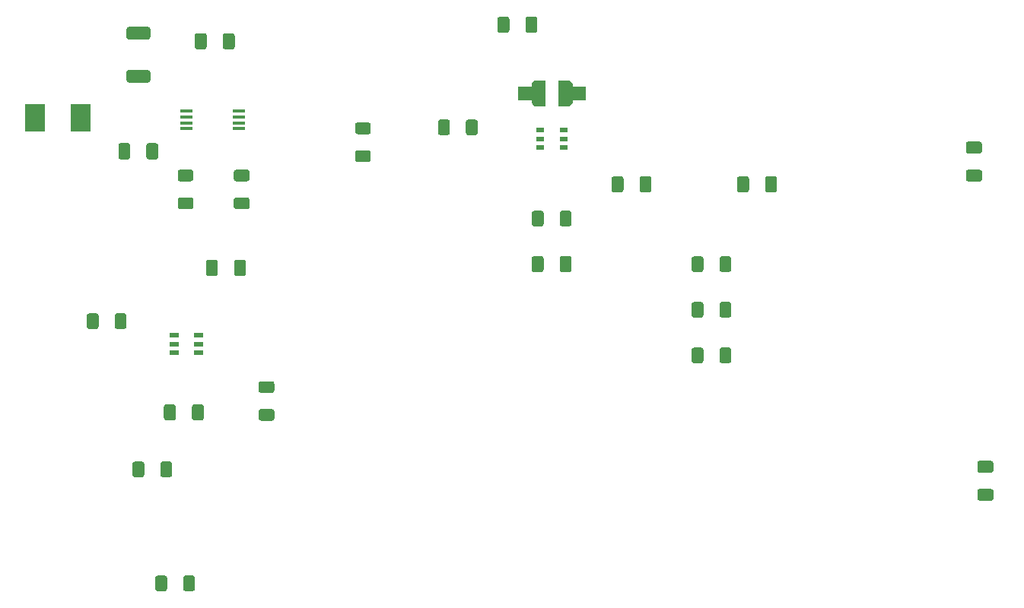
<source format=gtp>
G04 #@! TF.GenerationSoftware,KiCad,Pcbnew,(5.1.10-1-10_14)*
G04 #@! TF.CreationDate,2021-12-21T22:20:50-08:00*
G04 #@! TF.ProjectId,power,706f7765-722e-46b6-9963-61645f706362,rev?*
G04 #@! TF.SameCoordinates,Original*
G04 #@! TF.FileFunction,Paste,Top*
G04 #@! TF.FilePolarity,Positive*
%FSLAX46Y46*%
G04 Gerber Fmt 4.6, Leading zero omitted, Abs format (unit mm)*
G04 Created by KiCad (PCBNEW (5.1.10-1-10_14)) date 2021-12-21 22:20:50*
%MOMM*%
%LPD*%
G01*
G04 APERTURE LIST*
%ADD10C,0.010000*%
%ADD11R,2.286000X3.048000*%
%ADD12R,1.422400X0.355600*%
%ADD13R,1.016000X0.508000*%
%ADD14R,0.876300X0.508000*%
G04 APERTURE END LIST*
D10*
G36*
X96000000Y-48130000D02*
G01*
X96000000Y-50930000D01*
X97200000Y-50930000D01*
X97500000Y-50580000D01*
X97500000Y-50280000D01*
X99000000Y-50280000D01*
X99000000Y-48780000D01*
X97500000Y-48780000D01*
X97500000Y-48480000D01*
X97200000Y-48130000D01*
X96000000Y-48130000D01*
G37*
X96000000Y-48130000D02*
X96000000Y-50930000D01*
X97200000Y-50930000D01*
X97500000Y-50580000D01*
X97500000Y-50280000D01*
X99000000Y-50280000D01*
X99000000Y-48780000D01*
X97500000Y-48780000D01*
X97500000Y-48480000D01*
X97200000Y-48130000D01*
X96000000Y-48130000D01*
G36*
X94500000Y-48130000D02*
G01*
X94500000Y-50930000D01*
X93300000Y-50930000D01*
X93000000Y-50580000D01*
X93000000Y-50280000D01*
X91500000Y-50280000D01*
X91500000Y-48780000D01*
X93000000Y-48780000D01*
X93000000Y-48480000D01*
X93300000Y-48130000D01*
X94500000Y-48130000D01*
G37*
X94500000Y-48130000D02*
X94500000Y-50930000D01*
X93300000Y-50930000D01*
X93000000Y-50580000D01*
X93000000Y-50280000D01*
X91500000Y-50280000D01*
X91500000Y-48780000D01*
X93000000Y-48780000D01*
X93000000Y-48480000D01*
X93300000Y-48130000D01*
X94500000Y-48130000D01*
D11*
X42790000Y-52250000D03*
X37710000Y-52250000D03*
D12*
X54579000Y-51525001D03*
X54579000Y-52174999D03*
X54579000Y-52825001D03*
X54579000Y-53474999D03*
X60421000Y-53474999D03*
X60421000Y-52825001D03*
X60421000Y-52174999D03*
X60421000Y-51525001D03*
G36*
G01*
X56850000Y-43099999D02*
X56850000Y-44400001D01*
G75*
G02*
X56600001Y-44650000I-249999J0D01*
G01*
X55774999Y-44650000D01*
G75*
G02*
X55525000Y-44400001I0J249999D01*
G01*
X55525000Y-43099999D01*
G75*
G02*
X55774999Y-42850000I249999J0D01*
G01*
X56600001Y-42850000D01*
G75*
G02*
X56850000Y-43099999I0J-249999D01*
G01*
G37*
G36*
G01*
X59975000Y-43099999D02*
X59975000Y-44400001D01*
G75*
G02*
X59725001Y-44650000I-249999J0D01*
G01*
X58899999Y-44650000D01*
G75*
G02*
X58650000Y-44400001I0J249999D01*
G01*
X58650000Y-43099999D01*
G75*
G02*
X58899999Y-42850000I249999J0D01*
G01*
X59725001Y-42850000D01*
G75*
G02*
X59975000Y-43099999I0J-249999D01*
G01*
G37*
G36*
G01*
X51475000Y-55349999D02*
X51475000Y-56650001D01*
G75*
G02*
X51225001Y-56900000I-249999J0D01*
G01*
X50399999Y-56900000D01*
G75*
G02*
X50150000Y-56650001I0J249999D01*
G01*
X50150000Y-55349999D01*
G75*
G02*
X50399999Y-55100000I249999J0D01*
G01*
X51225001Y-55100000D01*
G75*
G02*
X51475000Y-55349999I0J-249999D01*
G01*
G37*
G36*
G01*
X48350000Y-55349999D02*
X48350000Y-56650001D01*
G75*
G02*
X48100001Y-56900000I-249999J0D01*
G01*
X47274999Y-56900000D01*
G75*
G02*
X47025000Y-56650001I0J249999D01*
G01*
X47025000Y-55349999D01*
G75*
G02*
X47274999Y-55100000I249999J0D01*
G01*
X48100001Y-55100000D01*
G75*
G02*
X48350000Y-55349999I0J-249999D01*
G01*
G37*
G36*
G01*
X144160001Y-94935000D02*
X142859999Y-94935000D01*
G75*
G02*
X142610000Y-94685001I0J249999D01*
G01*
X142610000Y-93859999D01*
G75*
G02*
X142859999Y-93610000I249999J0D01*
G01*
X144160001Y-93610000D01*
G75*
G02*
X144410000Y-93859999I0J-249999D01*
G01*
X144410000Y-94685001D01*
G75*
G02*
X144160001Y-94935000I-249999J0D01*
G01*
G37*
G36*
G01*
X144160001Y-91810000D02*
X142859999Y-91810000D01*
G75*
G02*
X142610000Y-91560001I0J249999D01*
G01*
X142610000Y-90734999D01*
G75*
G02*
X142859999Y-90485000I249999J0D01*
G01*
X144160001Y-90485000D01*
G75*
G02*
X144410000Y-90734999I0J-249999D01*
G01*
X144410000Y-91560001D01*
G75*
G02*
X144160001Y-91810000I-249999J0D01*
G01*
G37*
G36*
G01*
X141589999Y-58050000D02*
X142890001Y-58050000D01*
G75*
G02*
X143140000Y-58299999I0J-249999D01*
G01*
X143140000Y-59125001D01*
G75*
G02*
X142890001Y-59375000I-249999J0D01*
G01*
X141589999Y-59375000D01*
G75*
G02*
X141340000Y-59125001I0J249999D01*
G01*
X141340000Y-58299999D01*
G75*
G02*
X141589999Y-58050000I249999J0D01*
G01*
G37*
G36*
G01*
X141589999Y-54925000D02*
X142890001Y-54925000D01*
G75*
G02*
X143140000Y-55174999I0J-249999D01*
G01*
X143140000Y-56000001D01*
G75*
G02*
X142890001Y-56250000I-249999J0D01*
G01*
X141589999Y-56250000D01*
G75*
G02*
X141340000Y-56000001I0J249999D01*
G01*
X141340000Y-55174999D01*
G75*
G02*
X141589999Y-54925000I249999J0D01*
G01*
G37*
G36*
G01*
X53417500Y-84439999D02*
X53417500Y-85740001D01*
G75*
G02*
X53167501Y-85990000I-249999J0D01*
G01*
X52342499Y-85990000D01*
G75*
G02*
X52092500Y-85740001I0J249999D01*
G01*
X52092500Y-84439999D01*
G75*
G02*
X52342499Y-84190000I249999J0D01*
G01*
X53167501Y-84190000D01*
G75*
G02*
X53417500Y-84439999I0J-249999D01*
G01*
G37*
G36*
G01*
X56542500Y-84439999D02*
X56542500Y-85740001D01*
G75*
G02*
X56292501Y-85990000I-249999J0D01*
G01*
X55467499Y-85990000D01*
G75*
G02*
X55217500Y-85740001I0J249999D01*
G01*
X55217500Y-84439999D01*
G75*
G02*
X55467499Y-84190000I249999J0D01*
G01*
X56292501Y-84190000D01*
G75*
G02*
X56542500Y-84439999I0J-249999D01*
G01*
G37*
G36*
G01*
X56775000Y-69650001D02*
X56775000Y-68349999D01*
G75*
G02*
X57024999Y-68100000I249999J0D01*
G01*
X57850001Y-68100000D01*
G75*
G02*
X58100000Y-68349999I0J-249999D01*
G01*
X58100000Y-69650001D01*
G75*
G02*
X57850001Y-69900000I-249999J0D01*
G01*
X57024999Y-69900000D01*
G75*
G02*
X56775000Y-69650001I0J249999D01*
G01*
G37*
G36*
G01*
X59900000Y-69650001D02*
X59900000Y-68349999D01*
G75*
G02*
X60149999Y-68100000I249999J0D01*
G01*
X60975001Y-68100000D01*
G75*
G02*
X61225000Y-68349999I0J-249999D01*
G01*
X61225000Y-69650001D01*
G75*
G02*
X60975001Y-69900000I-249999J0D01*
G01*
X60149999Y-69900000D01*
G75*
G02*
X59900000Y-69650001I0J249999D01*
G01*
G37*
D13*
X55943500Y-78420001D03*
X55943500Y-77470000D03*
X55943500Y-76519999D03*
X53276500Y-76519999D03*
X53276500Y-77470000D03*
X53276500Y-78420001D03*
G36*
G01*
X60125000Y-61150000D02*
X61375000Y-61150000D01*
G75*
G02*
X61625000Y-61400000I0J-250000D01*
G01*
X61625000Y-62200000D01*
G75*
G02*
X61375000Y-62450000I-250000J0D01*
G01*
X60125000Y-62450000D01*
G75*
G02*
X59875000Y-62200000I0J250000D01*
G01*
X59875000Y-61400000D01*
G75*
G02*
X60125000Y-61150000I250000J0D01*
G01*
G37*
G36*
G01*
X60125000Y-58050000D02*
X61375000Y-58050000D01*
G75*
G02*
X61625000Y-58300000I0J-250000D01*
G01*
X61625000Y-59100000D01*
G75*
G02*
X61375000Y-59350000I-250000J0D01*
G01*
X60125000Y-59350000D01*
G75*
G02*
X59875000Y-59100000I0J250000D01*
G01*
X59875000Y-58300000D01*
G75*
G02*
X60125000Y-58050000I250000J0D01*
G01*
G37*
G36*
G01*
X53875000Y-58050000D02*
X55125000Y-58050000D01*
G75*
G02*
X55375000Y-58300000I0J-250000D01*
G01*
X55375000Y-59100000D01*
G75*
G02*
X55125000Y-59350000I-250000J0D01*
G01*
X53875000Y-59350000D01*
G75*
G02*
X53625000Y-59100000I0J250000D01*
G01*
X53625000Y-58300000D01*
G75*
G02*
X53875000Y-58050000I250000J0D01*
G01*
G37*
G36*
G01*
X53875000Y-61150000D02*
X55125000Y-61150000D01*
G75*
G02*
X55375000Y-61400000I0J-250000D01*
G01*
X55375000Y-62200000D01*
G75*
G02*
X55125000Y-62450000I-250000J0D01*
G01*
X53875000Y-62450000D01*
G75*
G02*
X53625000Y-62200000I0J250000D01*
G01*
X53625000Y-61400000D01*
G75*
G02*
X53875000Y-61150000I250000J0D01*
G01*
G37*
G36*
G01*
X48174999Y-42150000D02*
X50325001Y-42150000D01*
G75*
G02*
X50575000Y-42399999I0J-249999D01*
G01*
X50575000Y-43300001D01*
G75*
G02*
X50325001Y-43550000I-249999J0D01*
G01*
X48174999Y-43550000D01*
G75*
G02*
X47925000Y-43300001I0J249999D01*
G01*
X47925000Y-42399999D01*
G75*
G02*
X48174999Y-42150000I249999J0D01*
G01*
G37*
G36*
G01*
X48174999Y-46950000D02*
X50325001Y-46950000D01*
G75*
G02*
X50575000Y-47199999I0J-249999D01*
G01*
X50575000Y-48100001D01*
G75*
G02*
X50325001Y-48350000I-249999J0D01*
G01*
X48174999Y-48350000D01*
G75*
G02*
X47925000Y-48100001I0J249999D01*
G01*
X47925000Y-47199999D01*
G75*
G02*
X48174999Y-46950000I249999J0D01*
G01*
G37*
G36*
G01*
X74875000Y-57200000D02*
X73625000Y-57200000D01*
G75*
G02*
X73375000Y-56950000I0J250000D01*
G01*
X73375000Y-56150000D01*
G75*
G02*
X73625000Y-55900000I250000J0D01*
G01*
X74875000Y-55900000D01*
G75*
G02*
X75125000Y-56150000I0J-250000D01*
G01*
X75125000Y-56950000D01*
G75*
G02*
X74875000Y-57200000I-250000J0D01*
G01*
G37*
G36*
G01*
X74875000Y-54100000D02*
X73625000Y-54100000D01*
G75*
G02*
X73375000Y-53850000I0J250000D01*
G01*
X73375000Y-53050000D01*
G75*
G02*
X73625000Y-52800000I250000J0D01*
G01*
X74875000Y-52800000D01*
G75*
G02*
X75125000Y-53050000I0J-250000D01*
G01*
X75125000Y-53850000D01*
G75*
G02*
X74875000Y-54100000I-250000J0D01*
G01*
G37*
G36*
G01*
X62875000Y-84720000D02*
X64125000Y-84720000D01*
G75*
G02*
X64375000Y-84970000I0J-250000D01*
G01*
X64375000Y-85770000D01*
G75*
G02*
X64125000Y-86020000I-250000J0D01*
G01*
X62875000Y-86020000D01*
G75*
G02*
X62625000Y-85770000I0J250000D01*
G01*
X62625000Y-84970000D01*
G75*
G02*
X62875000Y-84720000I250000J0D01*
G01*
G37*
G36*
G01*
X62875000Y-81620000D02*
X64125000Y-81620000D01*
G75*
G02*
X64375000Y-81870000I0J-250000D01*
G01*
X64375000Y-82670000D01*
G75*
G02*
X64125000Y-82920000I-250000J0D01*
G01*
X62875000Y-82920000D01*
G75*
G02*
X62625000Y-82670000I0J250000D01*
G01*
X62625000Y-81870000D01*
G75*
G02*
X62875000Y-81620000I250000J0D01*
G01*
G37*
G36*
G01*
X43520000Y-75555000D02*
X43520000Y-74305000D01*
G75*
G02*
X43770000Y-74055000I250000J0D01*
G01*
X44570000Y-74055000D01*
G75*
G02*
X44820000Y-74305000I0J-250000D01*
G01*
X44820000Y-75555000D01*
G75*
G02*
X44570000Y-75805000I-250000J0D01*
G01*
X43770000Y-75805000D01*
G75*
G02*
X43520000Y-75555000I0J250000D01*
G01*
G37*
G36*
G01*
X46620000Y-75555000D02*
X46620000Y-74305000D01*
G75*
G02*
X46870000Y-74055000I250000J0D01*
G01*
X47670000Y-74055000D01*
G75*
G02*
X47920000Y-74305000I0J-250000D01*
G01*
X47920000Y-75555000D01*
G75*
G02*
X47670000Y-75805000I-250000J0D01*
G01*
X46870000Y-75805000D01*
G75*
G02*
X46620000Y-75555000I0J250000D01*
G01*
G37*
G36*
G01*
X97475000Y-67929999D02*
X97475000Y-69230001D01*
G75*
G02*
X97225001Y-69480000I-249999J0D01*
G01*
X96399999Y-69480000D01*
G75*
G02*
X96150000Y-69230001I0J249999D01*
G01*
X96150000Y-67929999D01*
G75*
G02*
X96399999Y-67680000I249999J0D01*
G01*
X97225001Y-67680000D01*
G75*
G02*
X97475000Y-67929999I0J-249999D01*
G01*
G37*
G36*
G01*
X94350000Y-67929999D02*
X94350000Y-69230001D01*
G75*
G02*
X94100001Y-69480000I-249999J0D01*
G01*
X93274999Y-69480000D01*
G75*
G02*
X93025000Y-69230001I0J249999D01*
G01*
X93025000Y-67929999D01*
G75*
G02*
X93274999Y-67680000I249999J0D01*
G01*
X94100001Y-67680000D01*
G75*
G02*
X94350000Y-67929999I0J-249999D01*
G01*
G37*
G36*
G01*
X119010000Y-60340001D02*
X119010000Y-59039999D01*
G75*
G02*
X119259999Y-58790000I249999J0D01*
G01*
X120085001Y-58790000D01*
G75*
G02*
X120335000Y-59039999I0J-249999D01*
G01*
X120335000Y-60340001D01*
G75*
G02*
X120085001Y-60590000I-249999J0D01*
G01*
X119259999Y-60590000D01*
G75*
G02*
X119010000Y-60340001I0J249999D01*
G01*
G37*
G36*
G01*
X115885000Y-60340001D02*
X115885000Y-59039999D01*
G75*
G02*
X116134999Y-58790000I249999J0D01*
G01*
X116960001Y-58790000D01*
G75*
G02*
X117210000Y-59039999I0J-249999D01*
G01*
X117210000Y-60340001D01*
G75*
G02*
X116960001Y-60590000I-249999J0D01*
G01*
X116134999Y-60590000D01*
G75*
G02*
X115885000Y-60340001I0J249999D01*
G01*
G37*
G36*
G01*
X106365000Y-59039999D02*
X106365000Y-60340001D01*
G75*
G02*
X106115001Y-60590000I-249999J0D01*
G01*
X105289999Y-60590000D01*
G75*
G02*
X105040000Y-60340001I0J249999D01*
G01*
X105040000Y-59039999D01*
G75*
G02*
X105289999Y-58790000I249999J0D01*
G01*
X106115001Y-58790000D01*
G75*
G02*
X106365000Y-59039999I0J-249999D01*
G01*
G37*
G36*
G01*
X103240000Y-59039999D02*
X103240000Y-60340001D01*
G75*
G02*
X102990001Y-60590000I-249999J0D01*
G01*
X102164999Y-60590000D01*
G75*
G02*
X101915000Y-60340001I0J249999D01*
G01*
X101915000Y-59039999D01*
G75*
G02*
X102164999Y-58790000I249999J0D01*
G01*
X102990001Y-58790000D01*
G75*
G02*
X103240000Y-59039999I0J-249999D01*
G01*
G37*
G36*
G01*
X90540000Y-41259999D02*
X90540000Y-42560001D01*
G75*
G02*
X90290001Y-42810000I-249999J0D01*
G01*
X89464999Y-42810000D01*
G75*
G02*
X89215000Y-42560001I0J249999D01*
G01*
X89215000Y-41259999D01*
G75*
G02*
X89464999Y-41010000I249999J0D01*
G01*
X90290001Y-41010000D01*
G75*
G02*
X90540000Y-41259999I0J-249999D01*
G01*
G37*
G36*
G01*
X93665000Y-41259999D02*
X93665000Y-42560001D01*
G75*
G02*
X93415001Y-42810000I-249999J0D01*
G01*
X92589999Y-42810000D01*
G75*
G02*
X92340000Y-42560001I0J249999D01*
G01*
X92340000Y-41259999D01*
G75*
G02*
X92589999Y-41010000I249999J0D01*
G01*
X93415001Y-41010000D01*
G75*
G02*
X93665000Y-41259999I0J-249999D01*
G01*
G37*
G36*
G01*
X87010000Y-52715000D02*
X87010000Y-53965000D01*
G75*
G02*
X86760000Y-54215000I-250000J0D01*
G01*
X85960000Y-54215000D01*
G75*
G02*
X85710000Y-53965000I0J250000D01*
G01*
X85710000Y-52715000D01*
G75*
G02*
X85960000Y-52465000I250000J0D01*
G01*
X86760000Y-52465000D01*
G75*
G02*
X87010000Y-52715000I0J-250000D01*
G01*
G37*
G36*
G01*
X83910000Y-52715000D02*
X83910000Y-53965000D01*
G75*
G02*
X83660000Y-54215000I-250000J0D01*
G01*
X82860000Y-54215000D01*
G75*
G02*
X82610000Y-53965000I0J250000D01*
G01*
X82610000Y-52715000D01*
G75*
G02*
X82860000Y-52465000I250000J0D01*
G01*
X83660000Y-52465000D01*
G75*
G02*
X83910000Y-52715000I0J-250000D01*
G01*
G37*
G36*
G01*
X94350000Y-62875000D02*
X94350000Y-64125000D01*
G75*
G02*
X94100000Y-64375000I-250000J0D01*
G01*
X93300000Y-64375000D01*
G75*
G02*
X93050000Y-64125000I0J250000D01*
G01*
X93050000Y-62875000D01*
G75*
G02*
X93300000Y-62625000I250000J0D01*
G01*
X94100000Y-62625000D01*
G75*
G02*
X94350000Y-62875000I0J-250000D01*
G01*
G37*
G36*
G01*
X97450000Y-62875000D02*
X97450000Y-64125000D01*
G75*
G02*
X97200000Y-64375000I-250000J0D01*
G01*
X96400000Y-64375000D01*
G75*
G02*
X96150000Y-64125000I0J250000D01*
G01*
X96150000Y-62875000D01*
G75*
G02*
X96400000Y-62625000I250000J0D01*
G01*
X97200000Y-62625000D01*
G75*
G02*
X97450000Y-62875000I0J-250000D01*
G01*
G37*
D14*
X93935550Y-53659999D03*
X93935550Y-54610000D03*
X93935550Y-55560001D03*
X96564450Y-55560001D03*
X96564450Y-54610000D03*
X96564450Y-53659999D03*
G36*
G01*
X115230000Y-78115000D02*
X115230000Y-79365000D01*
G75*
G02*
X114980000Y-79615000I-250000J0D01*
G01*
X114180000Y-79615000D01*
G75*
G02*
X113930000Y-79365000I0J250000D01*
G01*
X113930000Y-78115000D01*
G75*
G02*
X114180000Y-77865000I250000J0D01*
G01*
X114980000Y-77865000D01*
G75*
G02*
X115230000Y-78115000I0J-250000D01*
G01*
G37*
G36*
G01*
X112130000Y-78115000D02*
X112130000Y-79365000D01*
G75*
G02*
X111880000Y-79615000I-250000J0D01*
G01*
X111080000Y-79615000D01*
G75*
G02*
X110830000Y-79365000I0J250000D01*
G01*
X110830000Y-78115000D01*
G75*
G02*
X111080000Y-77865000I250000J0D01*
G01*
X111880000Y-77865000D01*
G75*
G02*
X112130000Y-78115000I0J-250000D01*
G01*
G37*
G36*
G01*
X112130000Y-73035000D02*
X112130000Y-74285000D01*
G75*
G02*
X111880000Y-74535000I-250000J0D01*
G01*
X111080000Y-74535000D01*
G75*
G02*
X110830000Y-74285000I0J250000D01*
G01*
X110830000Y-73035000D01*
G75*
G02*
X111080000Y-72785000I250000J0D01*
G01*
X111880000Y-72785000D01*
G75*
G02*
X112130000Y-73035000I0J-250000D01*
G01*
G37*
G36*
G01*
X115230000Y-73035000D02*
X115230000Y-74285000D01*
G75*
G02*
X114980000Y-74535000I-250000J0D01*
G01*
X114180000Y-74535000D01*
G75*
G02*
X113930000Y-74285000I0J250000D01*
G01*
X113930000Y-73035000D01*
G75*
G02*
X114180000Y-72785000I250000J0D01*
G01*
X114980000Y-72785000D01*
G75*
G02*
X115230000Y-73035000I0J-250000D01*
G01*
G37*
G36*
G01*
X115230000Y-67955000D02*
X115230000Y-69205000D01*
G75*
G02*
X114980000Y-69455000I-250000J0D01*
G01*
X114180000Y-69455000D01*
G75*
G02*
X113930000Y-69205000I0J250000D01*
G01*
X113930000Y-67955000D01*
G75*
G02*
X114180000Y-67705000I250000J0D01*
G01*
X114980000Y-67705000D01*
G75*
G02*
X115230000Y-67955000I0J-250000D01*
G01*
G37*
G36*
G01*
X112130000Y-67955000D02*
X112130000Y-69205000D01*
G75*
G02*
X111880000Y-69455000I-250000J0D01*
G01*
X111080000Y-69455000D01*
G75*
G02*
X110830000Y-69205000I0J250000D01*
G01*
X110830000Y-67955000D01*
G75*
G02*
X111080000Y-67705000I250000J0D01*
G01*
X111880000Y-67705000D01*
G75*
G02*
X112130000Y-67955000I0J-250000D01*
G01*
G37*
G36*
G01*
X54240000Y-104765000D02*
X54240000Y-103515000D01*
G75*
G02*
X54490000Y-103265000I250000J0D01*
G01*
X55290000Y-103265000D01*
G75*
G02*
X55540000Y-103515000I0J-250000D01*
G01*
X55540000Y-104765000D01*
G75*
G02*
X55290000Y-105015000I-250000J0D01*
G01*
X54490000Y-105015000D01*
G75*
G02*
X54240000Y-104765000I0J250000D01*
G01*
G37*
G36*
G01*
X51140000Y-104765000D02*
X51140000Y-103515000D01*
G75*
G02*
X51390000Y-103265000I250000J0D01*
G01*
X52190000Y-103265000D01*
G75*
G02*
X52440000Y-103515000I0J-250000D01*
G01*
X52440000Y-104765000D01*
G75*
G02*
X52190000Y-105015000I-250000J0D01*
G01*
X51390000Y-105015000D01*
G75*
G02*
X51140000Y-104765000I0J250000D01*
G01*
G37*
G36*
G01*
X48600000Y-92065000D02*
X48600000Y-90815000D01*
G75*
G02*
X48850000Y-90565000I250000J0D01*
G01*
X49650000Y-90565000D01*
G75*
G02*
X49900000Y-90815000I0J-250000D01*
G01*
X49900000Y-92065000D01*
G75*
G02*
X49650000Y-92315000I-250000J0D01*
G01*
X48850000Y-92315000D01*
G75*
G02*
X48600000Y-92065000I0J250000D01*
G01*
G37*
G36*
G01*
X51700000Y-92065000D02*
X51700000Y-90815000D01*
G75*
G02*
X51950000Y-90565000I250000J0D01*
G01*
X52750000Y-90565000D01*
G75*
G02*
X53000000Y-90815000I0J-250000D01*
G01*
X53000000Y-92065000D01*
G75*
G02*
X52750000Y-92315000I-250000J0D01*
G01*
X51950000Y-92315000D01*
G75*
G02*
X51700000Y-92065000I0J250000D01*
G01*
G37*
M02*

</source>
